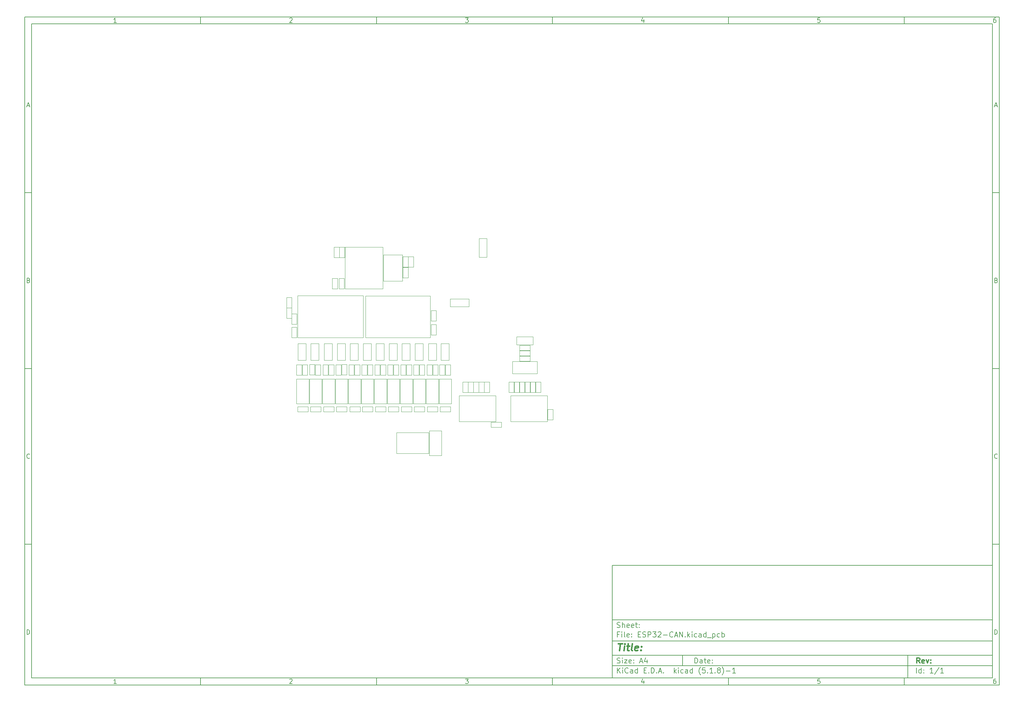
<source format=gbr>
G04 #@! TF.GenerationSoftware,KiCad,Pcbnew,(5.1.8)-1*
G04 #@! TF.CreationDate,2021-04-07T18:57:30+08:00*
G04 #@! TF.ProjectId,ESP32-CAN,45535033-322d-4434-914e-2e6b69636164,rev?*
G04 #@! TF.SameCoordinates,Original*
G04 #@! TF.FileFunction,Other,User*
%FSLAX46Y46*%
G04 Gerber Fmt 4.6, Leading zero omitted, Abs format (unit mm)*
G04 Created by KiCad (PCBNEW (5.1.8)-1) date 2021-04-07 18:57:30*
%MOMM*%
%LPD*%
G01*
G04 APERTURE LIST*
%ADD10C,0.100000*%
%ADD11C,0.150000*%
%ADD12C,0.300000*%
%ADD13C,0.400000*%
%ADD14C,0.050000*%
G04 APERTURE END LIST*
D10*
D11*
X177002200Y-166007200D02*
X177002200Y-198007200D01*
X285002200Y-198007200D01*
X285002200Y-166007200D01*
X177002200Y-166007200D01*
D10*
D11*
X10000000Y-10000000D02*
X10000000Y-200007200D01*
X287002200Y-200007200D01*
X287002200Y-10000000D01*
X10000000Y-10000000D01*
D10*
D11*
X12000000Y-12000000D02*
X12000000Y-198007200D01*
X285002200Y-198007200D01*
X285002200Y-12000000D01*
X12000000Y-12000000D01*
D10*
D11*
X60000000Y-12000000D02*
X60000000Y-10000000D01*
D10*
D11*
X110000000Y-12000000D02*
X110000000Y-10000000D01*
D10*
D11*
X160000000Y-12000000D02*
X160000000Y-10000000D01*
D10*
D11*
X210000000Y-12000000D02*
X210000000Y-10000000D01*
D10*
D11*
X260000000Y-12000000D02*
X260000000Y-10000000D01*
D10*
D11*
X36065476Y-11588095D02*
X35322619Y-11588095D01*
X35694047Y-11588095D02*
X35694047Y-10288095D01*
X35570238Y-10473809D01*
X35446428Y-10597619D01*
X35322619Y-10659523D01*
D10*
D11*
X85322619Y-10411904D02*
X85384523Y-10350000D01*
X85508333Y-10288095D01*
X85817857Y-10288095D01*
X85941666Y-10350000D01*
X86003571Y-10411904D01*
X86065476Y-10535714D01*
X86065476Y-10659523D01*
X86003571Y-10845238D01*
X85260714Y-11588095D01*
X86065476Y-11588095D01*
D10*
D11*
X135260714Y-10288095D02*
X136065476Y-10288095D01*
X135632142Y-10783333D01*
X135817857Y-10783333D01*
X135941666Y-10845238D01*
X136003571Y-10907142D01*
X136065476Y-11030952D01*
X136065476Y-11340476D01*
X136003571Y-11464285D01*
X135941666Y-11526190D01*
X135817857Y-11588095D01*
X135446428Y-11588095D01*
X135322619Y-11526190D01*
X135260714Y-11464285D01*
D10*
D11*
X185941666Y-10721428D02*
X185941666Y-11588095D01*
X185632142Y-10226190D02*
X185322619Y-11154761D01*
X186127380Y-11154761D01*
D10*
D11*
X236003571Y-10288095D02*
X235384523Y-10288095D01*
X235322619Y-10907142D01*
X235384523Y-10845238D01*
X235508333Y-10783333D01*
X235817857Y-10783333D01*
X235941666Y-10845238D01*
X236003571Y-10907142D01*
X236065476Y-11030952D01*
X236065476Y-11340476D01*
X236003571Y-11464285D01*
X235941666Y-11526190D01*
X235817857Y-11588095D01*
X235508333Y-11588095D01*
X235384523Y-11526190D01*
X235322619Y-11464285D01*
D10*
D11*
X285941666Y-10288095D02*
X285694047Y-10288095D01*
X285570238Y-10350000D01*
X285508333Y-10411904D01*
X285384523Y-10597619D01*
X285322619Y-10845238D01*
X285322619Y-11340476D01*
X285384523Y-11464285D01*
X285446428Y-11526190D01*
X285570238Y-11588095D01*
X285817857Y-11588095D01*
X285941666Y-11526190D01*
X286003571Y-11464285D01*
X286065476Y-11340476D01*
X286065476Y-11030952D01*
X286003571Y-10907142D01*
X285941666Y-10845238D01*
X285817857Y-10783333D01*
X285570238Y-10783333D01*
X285446428Y-10845238D01*
X285384523Y-10907142D01*
X285322619Y-11030952D01*
D10*
D11*
X60000000Y-198007200D02*
X60000000Y-200007200D01*
D10*
D11*
X110000000Y-198007200D02*
X110000000Y-200007200D01*
D10*
D11*
X160000000Y-198007200D02*
X160000000Y-200007200D01*
D10*
D11*
X210000000Y-198007200D02*
X210000000Y-200007200D01*
D10*
D11*
X260000000Y-198007200D02*
X260000000Y-200007200D01*
D10*
D11*
X36065476Y-199595295D02*
X35322619Y-199595295D01*
X35694047Y-199595295D02*
X35694047Y-198295295D01*
X35570238Y-198481009D01*
X35446428Y-198604819D01*
X35322619Y-198666723D01*
D10*
D11*
X85322619Y-198419104D02*
X85384523Y-198357200D01*
X85508333Y-198295295D01*
X85817857Y-198295295D01*
X85941666Y-198357200D01*
X86003571Y-198419104D01*
X86065476Y-198542914D01*
X86065476Y-198666723D01*
X86003571Y-198852438D01*
X85260714Y-199595295D01*
X86065476Y-199595295D01*
D10*
D11*
X135260714Y-198295295D02*
X136065476Y-198295295D01*
X135632142Y-198790533D01*
X135817857Y-198790533D01*
X135941666Y-198852438D01*
X136003571Y-198914342D01*
X136065476Y-199038152D01*
X136065476Y-199347676D01*
X136003571Y-199471485D01*
X135941666Y-199533390D01*
X135817857Y-199595295D01*
X135446428Y-199595295D01*
X135322619Y-199533390D01*
X135260714Y-199471485D01*
D10*
D11*
X185941666Y-198728628D02*
X185941666Y-199595295D01*
X185632142Y-198233390D02*
X185322619Y-199161961D01*
X186127380Y-199161961D01*
D10*
D11*
X236003571Y-198295295D02*
X235384523Y-198295295D01*
X235322619Y-198914342D01*
X235384523Y-198852438D01*
X235508333Y-198790533D01*
X235817857Y-198790533D01*
X235941666Y-198852438D01*
X236003571Y-198914342D01*
X236065476Y-199038152D01*
X236065476Y-199347676D01*
X236003571Y-199471485D01*
X235941666Y-199533390D01*
X235817857Y-199595295D01*
X235508333Y-199595295D01*
X235384523Y-199533390D01*
X235322619Y-199471485D01*
D10*
D11*
X285941666Y-198295295D02*
X285694047Y-198295295D01*
X285570238Y-198357200D01*
X285508333Y-198419104D01*
X285384523Y-198604819D01*
X285322619Y-198852438D01*
X285322619Y-199347676D01*
X285384523Y-199471485D01*
X285446428Y-199533390D01*
X285570238Y-199595295D01*
X285817857Y-199595295D01*
X285941666Y-199533390D01*
X286003571Y-199471485D01*
X286065476Y-199347676D01*
X286065476Y-199038152D01*
X286003571Y-198914342D01*
X285941666Y-198852438D01*
X285817857Y-198790533D01*
X285570238Y-198790533D01*
X285446428Y-198852438D01*
X285384523Y-198914342D01*
X285322619Y-199038152D01*
D10*
D11*
X10000000Y-60000000D02*
X12000000Y-60000000D01*
D10*
D11*
X10000000Y-110000000D02*
X12000000Y-110000000D01*
D10*
D11*
X10000000Y-160000000D02*
X12000000Y-160000000D01*
D10*
D11*
X10690476Y-35216666D02*
X11309523Y-35216666D01*
X10566666Y-35588095D02*
X11000000Y-34288095D01*
X11433333Y-35588095D01*
D10*
D11*
X11092857Y-84907142D02*
X11278571Y-84969047D01*
X11340476Y-85030952D01*
X11402380Y-85154761D01*
X11402380Y-85340476D01*
X11340476Y-85464285D01*
X11278571Y-85526190D01*
X11154761Y-85588095D01*
X10659523Y-85588095D01*
X10659523Y-84288095D01*
X11092857Y-84288095D01*
X11216666Y-84350000D01*
X11278571Y-84411904D01*
X11340476Y-84535714D01*
X11340476Y-84659523D01*
X11278571Y-84783333D01*
X11216666Y-84845238D01*
X11092857Y-84907142D01*
X10659523Y-84907142D01*
D10*
D11*
X11402380Y-135464285D02*
X11340476Y-135526190D01*
X11154761Y-135588095D01*
X11030952Y-135588095D01*
X10845238Y-135526190D01*
X10721428Y-135402380D01*
X10659523Y-135278571D01*
X10597619Y-135030952D01*
X10597619Y-134845238D01*
X10659523Y-134597619D01*
X10721428Y-134473809D01*
X10845238Y-134350000D01*
X11030952Y-134288095D01*
X11154761Y-134288095D01*
X11340476Y-134350000D01*
X11402380Y-134411904D01*
D10*
D11*
X10659523Y-185588095D02*
X10659523Y-184288095D01*
X10969047Y-184288095D01*
X11154761Y-184350000D01*
X11278571Y-184473809D01*
X11340476Y-184597619D01*
X11402380Y-184845238D01*
X11402380Y-185030952D01*
X11340476Y-185278571D01*
X11278571Y-185402380D01*
X11154761Y-185526190D01*
X10969047Y-185588095D01*
X10659523Y-185588095D01*
D10*
D11*
X287002200Y-60000000D02*
X285002200Y-60000000D01*
D10*
D11*
X287002200Y-110000000D02*
X285002200Y-110000000D01*
D10*
D11*
X287002200Y-160000000D02*
X285002200Y-160000000D01*
D10*
D11*
X285692676Y-35216666D02*
X286311723Y-35216666D01*
X285568866Y-35588095D02*
X286002200Y-34288095D01*
X286435533Y-35588095D01*
D10*
D11*
X286095057Y-84907142D02*
X286280771Y-84969047D01*
X286342676Y-85030952D01*
X286404580Y-85154761D01*
X286404580Y-85340476D01*
X286342676Y-85464285D01*
X286280771Y-85526190D01*
X286156961Y-85588095D01*
X285661723Y-85588095D01*
X285661723Y-84288095D01*
X286095057Y-84288095D01*
X286218866Y-84350000D01*
X286280771Y-84411904D01*
X286342676Y-84535714D01*
X286342676Y-84659523D01*
X286280771Y-84783333D01*
X286218866Y-84845238D01*
X286095057Y-84907142D01*
X285661723Y-84907142D01*
D10*
D11*
X286404580Y-135464285D02*
X286342676Y-135526190D01*
X286156961Y-135588095D01*
X286033152Y-135588095D01*
X285847438Y-135526190D01*
X285723628Y-135402380D01*
X285661723Y-135278571D01*
X285599819Y-135030952D01*
X285599819Y-134845238D01*
X285661723Y-134597619D01*
X285723628Y-134473809D01*
X285847438Y-134350000D01*
X286033152Y-134288095D01*
X286156961Y-134288095D01*
X286342676Y-134350000D01*
X286404580Y-134411904D01*
D10*
D11*
X285661723Y-185588095D02*
X285661723Y-184288095D01*
X285971247Y-184288095D01*
X286156961Y-184350000D01*
X286280771Y-184473809D01*
X286342676Y-184597619D01*
X286404580Y-184845238D01*
X286404580Y-185030952D01*
X286342676Y-185278571D01*
X286280771Y-185402380D01*
X286156961Y-185526190D01*
X285971247Y-185588095D01*
X285661723Y-185588095D01*
D10*
D11*
X200434342Y-193785771D02*
X200434342Y-192285771D01*
X200791485Y-192285771D01*
X201005771Y-192357200D01*
X201148628Y-192500057D01*
X201220057Y-192642914D01*
X201291485Y-192928628D01*
X201291485Y-193142914D01*
X201220057Y-193428628D01*
X201148628Y-193571485D01*
X201005771Y-193714342D01*
X200791485Y-193785771D01*
X200434342Y-193785771D01*
X202577200Y-193785771D02*
X202577200Y-193000057D01*
X202505771Y-192857200D01*
X202362914Y-192785771D01*
X202077200Y-192785771D01*
X201934342Y-192857200D01*
X202577200Y-193714342D02*
X202434342Y-193785771D01*
X202077200Y-193785771D01*
X201934342Y-193714342D01*
X201862914Y-193571485D01*
X201862914Y-193428628D01*
X201934342Y-193285771D01*
X202077200Y-193214342D01*
X202434342Y-193214342D01*
X202577200Y-193142914D01*
X203077200Y-192785771D02*
X203648628Y-192785771D01*
X203291485Y-192285771D02*
X203291485Y-193571485D01*
X203362914Y-193714342D01*
X203505771Y-193785771D01*
X203648628Y-193785771D01*
X204720057Y-193714342D02*
X204577200Y-193785771D01*
X204291485Y-193785771D01*
X204148628Y-193714342D01*
X204077200Y-193571485D01*
X204077200Y-193000057D01*
X204148628Y-192857200D01*
X204291485Y-192785771D01*
X204577200Y-192785771D01*
X204720057Y-192857200D01*
X204791485Y-193000057D01*
X204791485Y-193142914D01*
X204077200Y-193285771D01*
X205434342Y-193642914D02*
X205505771Y-193714342D01*
X205434342Y-193785771D01*
X205362914Y-193714342D01*
X205434342Y-193642914D01*
X205434342Y-193785771D01*
X205434342Y-192857200D02*
X205505771Y-192928628D01*
X205434342Y-193000057D01*
X205362914Y-192928628D01*
X205434342Y-192857200D01*
X205434342Y-193000057D01*
D10*
D11*
X177002200Y-194507200D02*
X285002200Y-194507200D01*
D10*
D11*
X178434342Y-196585771D02*
X178434342Y-195085771D01*
X179291485Y-196585771D02*
X178648628Y-195728628D01*
X179291485Y-195085771D02*
X178434342Y-195942914D01*
X179934342Y-196585771D02*
X179934342Y-195585771D01*
X179934342Y-195085771D02*
X179862914Y-195157200D01*
X179934342Y-195228628D01*
X180005771Y-195157200D01*
X179934342Y-195085771D01*
X179934342Y-195228628D01*
X181505771Y-196442914D02*
X181434342Y-196514342D01*
X181220057Y-196585771D01*
X181077200Y-196585771D01*
X180862914Y-196514342D01*
X180720057Y-196371485D01*
X180648628Y-196228628D01*
X180577200Y-195942914D01*
X180577200Y-195728628D01*
X180648628Y-195442914D01*
X180720057Y-195300057D01*
X180862914Y-195157200D01*
X181077200Y-195085771D01*
X181220057Y-195085771D01*
X181434342Y-195157200D01*
X181505771Y-195228628D01*
X182791485Y-196585771D02*
X182791485Y-195800057D01*
X182720057Y-195657200D01*
X182577200Y-195585771D01*
X182291485Y-195585771D01*
X182148628Y-195657200D01*
X182791485Y-196514342D02*
X182648628Y-196585771D01*
X182291485Y-196585771D01*
X182148628Y-196514342D01*
X182077200Y-196371485D01*
X182077200Y-196228628D01*
X182148628Y-196085771D01*
X182291485Y-196014342D01*
X182648628Y-196014342D01*
X182791485Y-195942914D01*
X184148628Y-196585771D02*
X184148628Y-195085771D01*
X184148628Y-196514342D02*
X184005771Y-196585771D01*
X183720057Y-196585771D01*
X183577200Y-196514342D01*
X183505771Y-196442914D01*
X183434342Y-196300057D01*
X183434342Y-195871485D01*
X183505771Y-195728628D01*
X183577200Y-195657200D01*
X183720057Y-195585771D01*
X184005771Y-195585771D01*
X184148628Y-195657200D01*
X186005771Y-195800057D02*
X186505771Y-195800057D01*
X186720057Y-196585771D02*
X186005771Y-196585771D01*
X186005771Y-195085771D01*
X186720057Y-195085771D01*
X187362914Y-196442914D02*
X187434342Y-196514342D01*
X187362914Y-196585771D01*
X187291485Y-196514342D01*
X187362914Y-196442914D01*
X187362914Y-196585771D01*
X188077200Y-196585771D02*
X188077200Y-195085771D01*
X188434342Y-195085771D01*
X188648628Y-195157200D01*
X188791485Y-195300057D01*
X188862914Y-195442914D01*
X188934342Y-195728628D01*
X188934342Y-195942914D01*
X188862914Y-196228628D01*
X188791485Y-196371485D01*
X188648628Y-196514342D01*
X188434342Y-196585771D01*
X188077200Y-196585771D01*
X189577200Y-196442914D02*
X189648628Y-196514342D01*
X189577200Y-196585771D01*
X189505771Y-196514342D01*
X189577200Y-196442914D01*
X189577200Y-196585771D01*
X190220057Y-196157200D02*
X190934342Y-196157200D01*
X190077200Y-196585771D02*
X190577200Y-195085771D01*
X191077200Y-196585771D01*
X191577200Y-196442914D02*
X191648628Y-196514342D01*
X191577200Y-196585771D01*
X191505771Y-196514342D01*
X191577200Y-196442914D01*
X191577200Y-196585771D01*
X194577200Y-196585771D02*
X194577200Y-195085771D01*
X194720057Y-196014342D02*
X195148628Y-196585771D01*
X195148628Y-195585771D02*
X194577200Y-196157200D01*
X195791485Y-196585771D02*
X195791485Y-195585771D01*
X195791485Y-195085771D02*
X195720057Y-195157200D01*
X195791485Y-195228628D01*
X195862914Y-195157200D01*
X195791485Y-195085771D01*
X195791485Y-195228628D01*
X197148628Y-196514342D02*
X197005771Y-196585771D01*
X196720057Y-196585771D01*
X196577200Y-196514342D01*
X196505771Y-196442914D01*
X196434342Y-196300057D01*
X196434342Y-195871485D01*
X196505771Y-195728628D01*
X196577200Y-195657200D01*
X196720057Y-195585771D01*
X197005771Y-195585771D01*
X197148628Y-195657200D01*
X198434342Y-196585771D02*
X198434342Y-195800057D01*
X198362914Y-195657200D01*
X198220057Y-195585771D01*
X197934342Y-195585771D01*
X197791485Y-195657200D01*
X198434342Y-196514342D02*
X198291485Y-196585771D01*
X197934342Y-196585771D01*
X197791485Y-196514342D01*
X197720057Y-196371485D01*
X197720057Y-196228628D01*
X197791485Y-196085771D01*
X197934342Y-196014342D01*
X198291485Y-196014342D01*
X198434342Y-195942914D01*
X199791485Y-196585771D02*
X199791485Y-195085771D01*
X199791485Y-196514342D02*
X199648628Y-196585771D01*
X199362914Y-196585771D01*
X199220057Y-196514342D01*
X199148628Y-196442914D01*
X199077200Y-196300057D01*
X199077200Y-195871485D01*
X199148628Y-195728628D01*
X199220057Y-195657200D01*
X199362914Y-195585771D01*
X199648628Y-195585771D01*
X199791485Y-195657200D01*
X202077200Y-197157200D02*
X202005771Y-197085771D01*
X201862914Y-196871485D01*
X201791485Y-196728628D01*
X201720057Y-196514342D01*
X201648628Y-196157200D01*
X201648628Y-195871485D01*
X201720057Y-195514342D01*
X201791485Y-195300057D01*
X201862914Y-195157200D01*
X202005771Y-194942914D01*
X202077200Y-194871485D01*
X203362914Y-195085771D02*
X202648628Y-195085771D01*
X202577200Y-195800057D01*
X202648628Y-195728628D01*
X202791485Y-195657200D01*
X203148628Y-195657200D01*
X203291485Y-195728628D01*
X203362914Y-195800057D01*
X203434342Y-195942914D01*
X203434342Y-196300057D01*
X203362914Y-196442914D01*
X203291485Y-196514342D01*
X203148628Y-196585771D01*
X202791485Y-196585771D01*
X202648628Y-196514342D01*
X202577200Y-196442914D01*
X204077200Y-196442914D02*
X204148628Y-196514342D01*
X204077200Y-196585771D01*
X204005771Y-196514342D01*
X204077200Y-196442914D01*
X204077200Y-196585771D01*
X205577200Y-196585771D02*
X204720057Y-196585771D01*
X205148628Y-196585771D02*
X205148628Y-195085771D01*
X205005771Y-195300057D01*
X204862914Y-195442914D01*
X204720057Y-195514342D01*
X206220057Y-196442914D02*
X206291485Y-196514342D01*
X206220057Y-196585771D01*
X206148628Y-196514342D01*
X206220057Y-196442914D01*
X206220057Y-196585771D01*
X207148628Y-195728628D02*
X207005771Y-195657200D01*
X206934342Y-195585771D01*
X206862914Y-195442914D01*
X206862914Y-195371485D01*
X206934342Y-195228628D01*
X207005771Y-195157200D01*
X207148628Y-195085771D01*
X207434342Y-195085771D01*
X207577200Y-195157200D01*
X207648628Y-195228628D01*
X207720057Y-195371485D01*
X207720057Y-195442914D01*
X207648628Y-195585771D01*
X207577200Y-195657200D01*
X207434342Y-195728628D01*
X207148628Y-195728628D01*
X207005771Y-195800057D01*
X206934342Y-195871485D01*
X206862914Y-196014342D01*
X206862914Y-196300057D01*
X206934342Y-196442914D01*
X207005771Y-196514342D01*
X207148628Y-196585771D01*
X207434342Y-196585771D01*
X207577200Y-196514342D01*
X207648628Y-196442914D01*
X207720057Y-196300057D01*
X207720057Y-196014342D01*
X207648628Y-195871485D01*
X207577200Y-195800057D01*
X207434342Y-195728628D01*
X208220057Y-197157200D02*
X208291485Y-197085771D01*
X208434342Y-196871485D01*
X208505771Y-196728628D01*
X208577200Y-196514342D01*
X208648628Y-196157200D01*
X208648628Y-195871485D01*
X208577200Y-195514342D01*
X208505771Y-195300057D01*
X208434342Y-195157200D01*
X208291485Y-194942914D01*
X208220057Y-194871485D01*
X209362914Y-196014342D02*
X210505771Y-196014342D01*
X212005771Y-196585771D02*
X211148628Y-196585771D01*
X211577200Y-196585771D02*
X211577200Y-195085771D01*
X211434342Y-195300057D01*
X211291485Y-195442914D01*
X211148628Y-195514342D01*
D10*
D11*
X177002200Y-191507200D02*
X285002200Y-191507200D01*
D10*
D12*
X264411485Y-193785771D02*
X263911485Y-193071485D01*
X263554342Y-193785771D02*
X263554342Y-192285771D01*
X264125771Y-192285771D01*
X264268628Y-192357200D01*
X264340057Y-192428628D01*
X264411485Y-192571485D01*
X264411485Y-192785771D01*
X264340057Y-192928628D01*
X264268628Y-193000057D01*
X264125771Y-193071485D01*
X263554342Y-193071485D01*
X265625771Y-193714342D02*
X265482914Y-193785771D01*
X265197200Y-193785771D01*
X265054342Y-193714342D01*
X264982914Y-193571485D01*
X264982914Y-193000057D01*
X265054342Y-192857200D01*
X265197200Y-192785771D01*
X265482914Y-192785771D01*
X265625771Y-192857200D01*
X265697200Y-193000057D01*
X265697200Y-193142914D01*
X264982914Y-193285771D01*
X266197200Y-192785771D02*
X266554342Y-193785771D01*
X266911485Y-192785771D01*
X267482914Y-193642914D02*
X267554342Y-193714342D01*
X267482914Y-193785771D01*
X267411485Y-193714342D01*
X267482914Y-193642914D01*
X267482914Y-193785771D01*
X267482914Y-192857200D02*
X267554342Y-192928628D01*
X267482914Y-193000057D01*
X267411485Y-192928628D01*
X267482914Y-192857200D01*
X267482914Y-193000057D01*
D10*
D11*
X178362914Y-193714342D02*
X178577200Y-193785771D01*
X178934342Y-193785771D01*
X179077200Y-193714342D01*
X179148628Y-193642914D01*
X179220057Y-193500057D01*
X179220057Y-193357200D01*
X179148628Y-193214342D01*
X179077200Y-193142914D01*
X178934342Y-193071485D01*
X178648628Y-193000057D01*
X178505771Y-192928628D01*
X178434342Y-192857200D01*
X178362914Y-192714342D01*
X178362914Y-192571485D01*
X178434342Y-192428628D01*
X178505771Y-192357200D01*
X178648628Y-192285771D01*
X179005771Y-192285771D01*
X179220057Y-192357200D01*
X179862914Y-193785771D02*
X179862914Y-192785771D01*
X179862914Y-192285771D02*
X179791485Y-192357200D01*
X179862914Y-192428628D01*
X179934342Y-192357200D01*
X179862914Y-192285771D01*
X179862914Y-192428628D01*
X180434342Y-192785771D02*
X181220057Y-192785771D01*
X180434342Y-193785771D01*
X181220057Y-193785771D01*
X182362914Y-193714342D02*
X182220057Y-193785771D01*
X181934342Y-193785771D01*
X181791485Y-193714342D01*
X181720057Y-193571485D01*
X181720057Y-193000057D01*
X181791485Y-192857200D01*
X181934342Y-192785771D01*
X182220057Y-192785771D01*
X182362914Y-192857200D01*
X182434342Y-193000057D01*
X182434342Y-193142914D01*
X181720057Y-193285771D01*
X183077200Y-193642914D02*
X183148628Y-193714342D01*
X183077200Y-193785771D01*
X183005771Y-193714342D01*
X183077200Y-193642914D01*
X183077200Y-193785771D01*
X183077200Y-192857200D02*
X183148628Y-192928628D01*
X183077200Y-193000057D01*
X183005771Y-192928628D01*
X183077200Y-192857200D01*
X183077200Y-193000057D01*
X184862914Y-193357200D02*
X185577200Y-193357200D01*
X184720057Y-193785771D02*
X185220057Y-192285771D01*
X185720057Y-193785771D01*
X186862914Y-192785771D02*
X186862914Y-193785771D01*
X186505771Y-192214342D02*
X186148628Y-193285771D01*
X187077200Y-193285771D01*
D10*
D11*
X263434342Y-196585771D02*
X263434342Y-195085771D01*
X264791485Y-196585771D02*
X264791485Y-195085771D01*
X264791485Y-196514342D02*
X264648628Y-196585771D01*
X264362914Y-196585771D01*
X264220057Y-196514342D01*
X264148628Y-196442914D01*
X264077200Y-196300057D01*
X264077200Y-195871485D01*
X264148628Y-195728628D01*
X264220057Y-195657200D01*
X264362914Y-195585771D01*
X264648628Y-195585771D01*
X264791485Y-195657200D01*
X265505771Y-196442914D02*
X265577200Y-196514342D01*
X265505771Y-196585771D01*
X265434342Y-196514342D01*
X265505771Y-196442914D01*
X265505771Y-196585771D01*
X265505771Y-195657200D02*
X265577200Y-195728628D01*
X265505771Y-195800057D01*
X265434342Y-195728628D01*
X265505771Y-195657200D01*
X265505771Y-195800057D01*
X268148628Y-196585771D02*
X267291485Y-196585771D01*
X267720057Y-196585771D02*
X267720057Y-195085771D01*
X267577200Y-195300057D01*
X267434342Y-195442914D01*
X267291485Y-195514342D01*
X269862914Y-195014342D02*
X268577200Y-196942914D01*
X271148628Y-196585771D02*
X270291485Y-196585771D01*
X270720057Y-196585771D02*
X270720057Y-195085771D01*
X270577200Y-195300057D01*
X270434342Y-195442914D01*
X270291485Y-195514342D01*
D10*
D11*
X177002200Y-187507200D02*
X285002200Y-187507200D01*
D10*
D13*
X178714580Y-188211961D02*
X179857438Y-188211961D01*
X179036009Y-190211961D02*
X179286009Y-188211961D01*
X180274104Y-190211961D02*
X180440771Y-188878628D01*
X180524104Y-188211961D02*
X180416961Y-188307200D01*
X180500295Y-188402438D01*
X180607438Y-188307200D01*
X180524104Y-188211961D01*
X180500295Y-188402438D01*
X181107438Y-188878628D02*
X181869342Y-188878628D01*
X181476485Y-188211961D02*
X181262200Y-189926247D01*
X181333628Y-190116723D01*
X181512200Y-190211961D01*
X181702676Y-190211961D01*
X182655057Y-190211961D02*
X182476485Y-190116723D01*
X182405057Y-189926247D01*
X182619342Y-188211961D01*
X184190771Y-190116723D02*
X183988390Y-190211961D01*
X183607438Y-190211961D01*
X183428866Y-190116723D01*
X183357438Y-189926247D01*
X183452676Y-189164342D01*
X183571723Y-188973866D01*
X183774104Y-188878628D01*
X184155057Y-188878628D01*
X184333628Y-188973866D01*
X184405057Y-189164342D01*
X184381247Y-189354819D01*
X183405057Y-189545295D01*
X185155057Y-190021485D02*
X185238390Y-190116723D01*
X185131247Y-190211961D01*
X185047914Y-190116723D01*
X185155057Y-190021485D01*
X185131247Y-190211961D01*
X185286009Y-188973866D02*
X185369342Y-189069104D01*
X185262200Y-189164342D01*
X185178866Y-189069104D01*
X185286009Y-188973866D01*
X185262200Y-189164342D01*
D10*
D11*
X178934342Y-185600057D02*
X178434342Y-185600057D01*
X178434342Y-186385771D02*
X178434342Y-184885771D01*
X179148628Y-184885771D01*
X179720057Y-186385771D02*
X179720057Y-185385771D01*
X179720057Y-184885771D02*
X179648628Y-184957200D01*
X179720057Y-185028628D01*
X179791485Y-184957200D01*
X179720057Y-184885771D01*
X179720057Y-185028628D01*
X180648628Y-186385771D02*
X180505771Y-186314342D01*
X180434342Y-186171485D01*
X180434342Y-184885771D01*
X181791485Y-186314342D02*
X181648628Y-186385771D01*
X181362914Y-186385771D01*
X181220057Y-186314342D01*
X181148628Y-186171485D01*
X181148628Y-185600057D01*
X181220057Y-185457200D01*
X181362914Y-185385771D01*
X181648628Y-185385771D01*
X181791485Y-185457200D01*
X181862914Y-185600057D01*
X181862914Y-185742914D01*
X181148628Y-185885771D01*
X182505771Y-186242914D02*
X182577200Y-186314342D01*
X182505771Y-186385771D01*
X182434342Y-186314342D01*
X182505771Y-186242914D01*
X182505771Y-186385771D01*
X182505771Y-185457200D02*
X182577200Y-185528628D01*
X182505771Y-185600057D01*
X182434342Y-185528628D01*
X182505771Y-185457200D01*
X182505771Y-185600057D01*
X184362914Y-185600057D02*
X184862914Y-185600057D01*
X185077200Y-186385771D02*
X184362914Y-186385771D01*
X184362914Y-184885771D01*
X185077200Y-184885771D01*
X185648628Y-186314342D02*
X185862914Y-186385771D01*
X186220057Y-186385771D01*
X186362914Y-186314342D01*
X186434342Y-186242914D01*
X186505771Y-186100057D01*
X186505771Y-185957200D01*
X186434342Y-185814342D01*
X186362914Y-185742914D01*
X186220057Y-185671485D01*
X185934342Y-185600057D01*
X185791485Y-185528628D01*
X185720057Y-185457200D01*
X185648628Y-185314342D01*
X185648628Y-185171485D01*
X185720057Y-185028628D01*
X185791485Y-184957200D01*
X185934342Y-184885771D01*
X186291485Y-184885771D01*
X186505771Y-184957200D01*
X187148628Y-186385771D02*
X187148628Y-184885771D01*
X187720057Y-184885771D01*
X187862914Y-184957200D01*
X187934342Y-185028628D01*
X188005771Y-185171485D01*
X188005771Y-185385771D01*
X187934342Y-185528628D01*
X187862914Y-185600057D01*
X187720057Y-185671485D01*
X187148628Y-185671485D01*
X188505771Y-184885771D02*
X189434342Y-184885771D01*
X188934342Y-185457200D01*
X189148628Y-185457200D01*
X189291485Y-185528628D01*
X189362914Y-185600057D01*
X189434342Y-185742914D01*
X189434342Y-186100057D01*
X189362914Y-186242914D01*
X189291485Y-186314342D01*
X189148628Y-186385771D01*
X188720057Y-186385771D01*
X188577200Y-186314342D01*
X188505771Y-186242914D01*
X190005771Y-185028628D02*
X190077200Y-184957200D01*
X190220057Y-184885771D01*
X190577200Y-184885771D01*
X190720057Y-184957200D01*
X190791485Y-185028628D01*
X190862914Y-185171485D01*
X190862914Y-185314342D01*
X190791485Y-185528628D01*
X189934342Y-186385771D01*
X190862914Y-186385771D01*
X191505771Y-185814342D02*
X192648628Y-185814342D01*
X194220057Y-186242914D02*
X194148628Y-186314342D01*
X193934342Y-186385771D01*
X193791485Y-186385771D01*
X193577200Y-186314342D01*
X193434342Y-186171485D01*
X193362914Y-186028628D01*
X193291485Y-185742914D01*
X193291485Y-185528628D01*
X193362914Y-185242914D01*
X193434342Y-185100057D01*
X193577200Y-184957200D01*
X193791485Y-184885771D01*
X193934342Y-184885771D01*
X194148628Y-184957200D01*
X194220057Y-185028628D01*
X194791485Y-185957200D02*
X195505771Y-185957200D01*
X194648628Y-186385771D02*
X195148628Y-184885771D01*
X195648628Y-186385771D01*
X196148628Y-186385771D02*
X196148628Y-184885771D01*
X197005771Y-186385771D01*
X197005771Y-184885771D01*
X197720057Y-186242914D02*
X197791485Y-186314342D01*
X197720057Y-186385771D01*
X197648628Y-186314342D01*
X197720057Y-186242914D01*
X197720057Y-186385771D01*
X198434342Y-186385771D02*
X198434342Y-184885771D01*
X198577200Y-185814342D02*
X199005771Y-186385771D01*
X199005771Y-185385771D02*
X198434342Y-185957200D01*
X199648628Y-186385771D02*
X199648628Y-185385771D01*
X199648628Y-184885771D02*
X199577200Y-184957200D01*
X199648628Y-185028628D01*
X199720057Y-184957200D01*
X199648628Y-184885771D01*
X199648628Y-185028628D01*
X201005771Y-186314342D02*
X200862914Y-186385771D01*
X200577200Y-186385771D01*
X200434342Y-186314342D01*
X200362914Y-186242914D01*
X200291485Y-186100057D01*
X200291485Y-185671485D01*
X200362914Y-185528628D01*
X200434342Y-185457200D01*
X200577200Y-185385771D01*
X200862914Y-185385771D01*
X201005771Y-185457200D01*
X202291485Y-186385771D02*
X202291485Y-185600057D01*
X202220057Y-185457200D01*
X202077200Y-185385771D01*
X201791485Y-185385771D01*
X201648628Y-185457200D01*
X202291485Y-186314342D02*
X202148628Y-186385771D01*
X201791485Y-186385771D01*
X201648628Y-186314342D01*
X201577200Y-186171485D01*
X201577200Y-186028628D01*
X201648628Y-185885771D01*
X201791485Y-185814342D01*
X202148628Y-185814342D01*
X202291485Y-185742914D01*
X203648628Y-186385771D02*
X203648628Y-184885771D01*
X203648628Y-186314342D02*
X203505771Y-186385771D01*
X203220057Y-186385771D01*
X203077200Y-186314342D01*
X203005771Y-186242914D01*
X202934342Y-186100057D01*
X202934342Y-185671485D01*
X203005771Y-185528628D01*
X203077200Y-185457200D01*
X203220057Y-185385771D01*
X203505771Y-185385771D01*
X203648628Y-185457200D01*
X204005771Y-186528628D02*
X205148628Y-186528628D01*
X205505771Y-185385771D02*
X205505771Y-186885771D01*
X205505771Y-185457200D02*
X205648628Y-185385771D01*
X205934342Y-185385771D01*
X206077200Y-185457200D01*
X206148628Y-185528628D01*
X206220057Y-185671485D01*
X206220057Y-186100057D01*
X206148628Y-186242914D01*
X206077200Y-186314342D01*
X205934342Y-186385771D01*
X205648628Y-186385771D01*
X205505771Y-186314342D01*
X207505771Y-186314342D02*
X207362914Y-186385771D01*
X207077200Y-186385771D01*
X206934342Y-186314342D01*
X206862914Y-186242914D01*
X206791485Y-186100057D01*
X206791485Y-185671485D01*
X206862914Y-185528628D01*
X206934342Y-185457200D01*
X207077200Y-185385771D01*
X207362914Y-185385771D01*
X207505771Y-185457200D01*
X208148628Y-186385771D02*
X208148628Y-184885771D01*
X208148628Y-185457200D02*
X208291485Y-185385771D01*
X208577200Y-185385771D01*
X208720057Y-185457200D01*
X208791485Y-185528628D01*
X208862914Y-185671485D01*
X208862914Y-186100057D01*
X208791485Y-186242914D01*
X208720057Y-186314342D01*
X208577200Y-186385771D01*
X208291485Y-186385771D01*
X208148628Y-186314342D01*
D10*
D11*
X177002200Y-181507200D02*
X285002200Y-181507200D01*
D10*
D11*
X178362914Y-183614342D02*
X178577200Y-183685771D01*
X178934342Y-183685771D01*
X179077200Y-183614342D01*
X179148628Y-183542914D01*
X179220057Y-183400057D01*
X179220057Y-183257200D01*
X179148628Y-183114342D01*
X179077200Y-183042914D01*
X178934342Y-182971485D01*
X178648628Y-182900057D01*
X178505771Y-182828628D01*
X178434342Y-182757200D01*
X178362914Y-182614342D01*
X178362914Y-182471485D01*
X178434342Y-182328628D01*
X178505771Y-182257200D01*
X178648628Y-182185771D01*
X179005771Y-182185771D01*
X179220057Y-182257200D01*
X179862914Y-183685771D02*
X179862914Y-182185771D01*
X180505771Y-183685771D02*
X180505771Y-182900057D01*
X180434342Y-182757200D01*
X180291485Y-182685771D01*
X180077200Y-182685771D01*
X179934342Y-182757200D01*
X179862914Y-182828628D01*
X181791485Y-183614342D02*
X181648628Y-183685771D01*
X181362914Y-183685771D01*
X181220057Y-183614342D01*
X181148628Y-183471485D01*
X181148628Y-182900057D01*
X181220057Y-182757200D01*
X181362914Y-182685771D01*
X181648628Y-182685771D01*
X181791485Y-182757200D01*
X181862914Y-182900057D01*
X181862914Y-183042914D01*
X181148628Y-183185771D01*
X183077200Y-183614342D02*
X182934342Y-183685771D01*
X182648628Y-183685771D01*
X182505771Y-183614342D01*
X182434342Y-183471485D01*
X182434342Y-182900057D01*
X182505771Y-182757200D01*
X182648628Y-182685771D01*
X182934342Y-182685771D01*
X183077200Y-182757200D01*
X183148628Y-182900057D01*
X183148628Y-183042914D01*
X182434342Y-183185771D01*
X183577200Y-182685771D02*
X184148628Y-182685771D01*
X183791485Y-182185771D02*
X183791485Y-183471485D01*
X183862914Y-183614342D01*
X184005771Y-183685771D01*
X184148628Y-183685771D01*
X184648628Y-183542914D02*
X184720057Y-183614342D01*
X184648628Y-183685771D01*
X184577200Y-183614342D01*
X184648628Y-183542914D01*
X184648628Y-183685771D01*
X184648628Y-182757200D02*
X184720057Y-182828628D01*
X184648628Y-182900057D01*
X184577200Y-182828628D01*
X184648628Y-182757200D01*
X184648628Y-182900057D01*
D10*
D11*
X197002200Y-191507200D02*
X197002200Y-194507200D01*
D10*
D11*
X261002200Y-191507200D02*
X261002200Y-198007200D01*
D14*
X117507000Y-81109000D02*
X118967000Y-81109000D01*
X118967000Y-81109000D02*
X118967000Y-78149000D01*
X118967000Y-78149000D02*
X117507000Y-78149000D01*
X117507000Y-78149000D02*
X117507000Y-81109000D01*
X85883500Y-89769500D02*
X84423500Y-89769500D01*
X84423500Y-89769500D02*
X84423500Y-92729500D01*
X84423500Y-92729500D02*
X85883500Y-92729500D01*
X85883500Y-92729500D02*
X85883500Y-89769500D01*
X85883500Y-92754000D02*
X84423500Y-92754000D01*
X84423500Y-92754000D02*
X84423500Y-95714000D01*
X84423500Y-95714000D02*
X85883500Y-95714000D01*
X85883500Y-95714000D02*
X85883500Y-92754000D01*
X111826000Y-75477000D02*
X111826000Y-87337000D01*
X101026000Y-75477000D02*
X111826000Y-75477000D01*
X101026000Y-87337000D02*
X101026000Y-75477000D01*
X111826000Y-87337000D02*
X101026000Y-87337000D01*
X128496000Y-134691000D02*
X128496000Y-127691000D01*
X128496000Y-127691000D02*
X124996000Y-127691000D01*
X124996000Y-127691000D02*
X124996000Y-134691000D01*
X124996000Y-134691000D02*
X128496000Y-134691000D01*
X90777000Y-119959000D02*
X90777000Y-112959000D01*
X90777000Y-112959000D02*
X87277000Y-112959000D01*
X87277000Y-112959000D02*
X87277000Y-119959000D01*
X87277000Y-119959000D02*
X90777000Y-119959000D01*
X98143000Y-119959000D02*
X98143000Y-112959000D01*
X98143000Y-112959000D02*
X94643000Y-112959000D01*
X94643000Y-112959000D02*
X94643000Y-119959000D01*
X94643000Y-119959000D02*
X98143000Y-119959000D01*
X155646000Y-107978000D02*
X148646000Y-107978000D01*
X148646000Y-107978000D02*
X148646000Y-111478000D01*
X148646000Y-111478000D02*
X155646000Y-111478000D01*
X155646000Y-111478000D02*
X155646000Y-107978000D01*
X89923000Y-107633000D02*
X89923000Y-102933000D01*
X89923000Y-102933000D02*
X87623000Y-102933000D01*
X87623000Y-102933000D02*
X87623000Y-107633000D01*
X89923000Y-107633000D02*
X87623000Y-107633000D01*
X94460000Y-119959000D02*
X94460000Y-112959000D01*
X94460000Y-112959000D02*
X90960000Y-112959000D01*
X90960000Y-112959000D02*
X90960000Y-119959000D01*
X90960000Y-119959000D02*
X94460000Y-119959000D01*
X101826000Y-119959000D02*
X101826000Y-112959000D01*
X101826000Y-112959000D02*
X98326000Y-112959000D01*
X98326000Y-112959000D02*
X98326000Y-119959000D01*
X98326000Y-119959000D02*
X101826000Y-119959000D01*
X101099000Y-107633000D02*
X101099000Y-102933000D01*
X101099000Y-102933000D02*
X98799000Y-102933000D01*
X98799000Y-102933000D02*
X98799000Y-107633000D01*
X101099000Y-107633000D02*
X98799000Y-107633000D01*
X149796000Y-103258000D02*
X154496000Y-103258000D01*
X154496000Y-103258000D02*
X154496000Y-100958000D01*
X154496000Y-100958000D02*
X149796000Y-100958000D01*
X149796000Y-103258000D02*
X149796000Y-100958000D01*
X136254000Y-90213000D02*
X130954000Y-90213000D01*
X130954000Y-90213000D02*
X130954000Y-92413000D01*
X130954000Y-92413000D02*
X136254000Y-92413000D01*
X136254000Y-92413000D02*
X136254000Y-90213000D01*
X141308000Y-78342000D02*
X141308000Y-73042000D01*
X141308000Y-73042000D02*
X139108000Y-73042000D01*
X139108000Y-73042000D02*
X139108000Y-78342000D01*
X139108000Y-78342000D02*
X141308000Y-78342000D01*
X105509000Y-119959000D02*
X105509000Y-112959000D01*
X105509000Y-112959000D02*
X102009000Y-112959000D01*
X102009000Y-112959000D02*
X102009000Y-119959000D01*
X102009000Y-119959000D02*
X105509000Y-119959000D01*
X104782000Y-107633000D02*
X104782000Y-102933000D01*
X104782000Y-102933000D02*
X102482000Y-102933000D01*
X102482000Y-102933000D02*
X102482000Y-107633000D01*
X104782000Y-107633000D02*
X102482000Y-107633000D01*
X116558000Y-119959000D02*
X116558000Y-112959000D01*
X116558000Y-112959000D02*
X113058000Y-112959000D01*
X113058000Y-112959000D02*
X113058000Y-119959000D01*
X113058000Y-119959000D02*
X116558000Y-119959000D01*
X115831000Y-107633000D02*
X115831000Y-102933000D01*
X115831000Y-102933000D02*
X113531000Y-102933000D01*
X113531000Y-102933000D02*
X113531000Y-107633000D01*
X115831000Y-107633000D02*
X113531000Y-107633000D01*
X127607000Y-119959000D02*
X127607000Y-112959000D01*
X127607000Y-112959000D02*
X124107000Y-112959000D01*
X124107000Y-112959000D02*
X124107000Y-119959000D01*
X124107000Y-119959000D02*
X127607000Y-119959000D01*
X123924000Y-119959000D02*
X123924000Y-112959000D01*
X123924000Y-112959000D02*
X120424000Y-112959000D01*
X120424000Y-112959000D02*
X120424000Y-119959000D01*
X120424000Y-119959000D02*
X123924000Y-119959000D01*
X131290000Y-119959000D02*
X131290000Y-112959000D01*
X131290000Y-112959000D02*
X127790000Y-112959000D01*
X127790000Y-112959000D02*
X127790000Y-119959000D01*
X127790000Y-119959000D02*
X131290000Y-119959000D01*
X120241000Y-119959000D02*
X120241000Y-112959000D01*
X120241000Y-112959000D02*
X116741000Y-112959000D01*
X116741000Y-112959000D02*
X116741000Y-119959000D01*
X116741000Y-119959000D02*
X120241000Y-119959000D01*
X109192000Y-119959000D02*
X109192000Y-112959000D01*
X109192000Y-112959000D02*
X105692000Y-112959000D01*
X105692000Y-112959000D02*
X105692000Y-119959000D01*
X105692000Y-119959000D02*
X109192000Y-119959000D01*
X112875000Y-119959000D02*
X112875000Y-112959000D01*
X112875000Y-112959000D02*
X109375000Y-112959000D01*
X109375000Y-112959000D02*
X109375000Y-119959000D01*
X109375000Y-119959000D02*
X112875000Y-119959000D01*
X127007000Y-107633000D02*
X127007000Y-102933000D01*
X127007000Y-102933000D02*
X124707000Y-102933000D01*
X124707000Y-102933000D02*
X124707000Y-107633000D01*
X127007000Y-107633000D02*
X124707000Y-107633000D01*
X123197000Y-107633000D02*
X123197000Y-102933000D01*
X123197000Y-102933000D02*
X120897000Y-102933000D01*
X120897000Y-102933000D02*
X120897000Y-107633000D01*
X123197000Y-107633000D02*
X120897000Y-107633000D01*
X130563000Y-107633000D02*
X130563000Y-102933000D01*
X130563000Y-102933000D02*
X128263000Y-102933000D01*
X128263000Y-102933000D02*
X128263000Y-107633000D01*
X130563000Y-107633000D02*
X128263000Y-107633000D01*
X119514000Y-107633000D02*
X119514000Y-102933000D01*
X119514000Y-102933000D02*
X117214000Y-102933000D01*
X117214000Y-102933000D02*
X117214000Y-107633000D01*
X119514000Y-107633000D02*
X117214000Y-107633000D01*
X108465000Y-107633000D02*
X108465000Y-102933000D01*
X108465000Y-102933000D02*
X106165000Y-102933000D01*
X106165000Y-102933000D02*
X106165000Y-107633000D01*
X108465000Y-107633000D02*
X106165000Y-107633000D01*
X112148000Y-107633000D02*
X112148000Y-102933000D01*
X112148000Y-102933000D02*
X109848000Y-102933000D01*
X109848000Y-102933000D02*
X109848000Y-107633000D01*
X112148000Y-107633000D02*
X109848000Y-107633000D01*
X97416000Y-107633000D02*
X97416000Y-102933000D01*
X97416000Y-102933000D02*
X95116000Y-102933000D01*
X95116000Y-102933000D02*
X95116000Y-107633000D01*
X97416000Y-107633000D02*
X95116000Y-107633000D01*
X93606000Y-107633000D02*
X93606000Y-102933000D01*
X93606000Y-102933000D02*
X91306000Y-102933000D01*
X91306000Y-102933000D02*
X91306000Y-107633000D01*
X93606000Y-107633000D02*
X91306000Y-107633000D01*
X142538000Y-125254000D02*
X142538000Y-126714000D01*
X142538000Y-126714000D02*
X145498000Y-126714000D01*
X145498000Y-126714000D02*
X145498000Y-125254000D01*
X145498000Y-125254000D02*
X142538000Y-125254000D01*
X158655000Y-124543000D02*
X160115000Y-124543000D01*
X160115000Y-124543000D02*
X160115000Y-121583000D01*
X160115000Y-121583000D02*
X158655000Y-121583000D01*
X158655000Y-121583000D02*
X158655000Y-124543000D01*
X125278000Y-101180000D02*
X106878000Y-101180000D01*
X106878000Y-101180000D02*
X106878000Y-89320000D01*
X106878000Y-89320000D02*
X125278000Y-89320000D01*
X125278000Y-89320000D02*
X125278000Y-101180000D01*
X150666000Y-104934000D02*
X150666000Y-106394000D01*
X150666000Y-106394000D02*
X153626000Y-106394000D01*
X153626000Y-106394000D02*
X153626000Y-104934000D01*
X153626000Y-104934000D02*
X150666000Y-104934000D01*
X150666000Y-103410000D02*
X150666000Y-104870000D01*
X150666000Y-104870000D02*
X153626000Y-104870000D01*
X153626000Y-104870000D02*
X153626000Y-103410000D01*
X153626000Y-103410000D02*
X150666000Y-103410000D01*
X153626000Y-107918000D02*
X153626000Y-106458000D01*
X153626000Y-106458000D02*
X150666000Y-106458000D01*
X150666000Y-106458000D02*
X150666000Y-107918000D01*
X150666000Y-107918000D02*
X153626000Y-107918000D01*
X96234000Y-108883000D02*
X94774000Y-108883000D01*
X94774000Y-108883000D02*
X94774000Y-111843000D01*
X94774000Y-111843000D02*
X96234000Y-111843000D01*
X96234000Y-111843000D02*
X96234000Y-108883000D01*
X114649000Y-111843000D02*
X114649000Y-108883000D01*
X113189000Y-111843000D02*
X114649000Y-111843000D01*
X113189000Y-108883000D02*
X113189000Y-111843000D01*
X114649000Y-108883000D02*
X113189000Y-108883000D01*
X118967000Y-81197000D02*
X117507000Y-81197000D01*
X117507000Y-81197000D02*
X117507000Y-84157000D01*
X117507000Y-84157000D02*
X118967000Y-84157000D01*
X118967000Y-84157000D02*
X118967000Y-81197000D01*
X85884000Y-97365000D02*
X87344000Y-97365000D01*
X87344000Y-97365000D02*
X87344000Y-94405000D01*
X87344000Y-94405000D02*
X85884000Y-94405000D01*
X85884000Y-94405000D02*
X85884000Y-97365000D01*
X100933000Y-78442000D02*
X100933000Y-75482000D01*
X99473000Y-78442000D02*
X100933000Y-78442000D01*
X99473000Y-75482000D02*
X99473000Y-78442000D01*
X100933000Y-75482000D02*
X99473000Y-75482000D01*
X92424000Y-108857500D02*
X90964000Y-108857500D01*
X90964000Y-108857500D02*
X90964000Y-111817500D01*
X90964000Y-111817500D02*
X92424000Y-111817500D01*
X92424000Y-111817500D02*
X92424000Y-108857500D01*
X96425000Y-111843000D02*
X97885000Y-111843000D01*
X97885000Y-111843000D02*
X97885000Y-108883000D01*
X97885000Y-108883000D02*
X96425000Y-108883000D01*
X96425000Y-108883000D02*
X96425000Y-111843000D01*
X105366000Y-120809000D02*
X102406000Y-120809000D01*
X105366000Y-122269000D02*
X105366000Y-120809000D01*
X102406000Y-122269000D02*
X105366000Y-122269000D01*
X102406000Y-120809000D02*
X102406000Y-122269000D01*
X133484000Y-117712000D02*
X143884000Y-117712000D01*
X143884000Y-117712000D02*
X143884000Y-125112000D01*
X143884000Y-125112000D02*
X133484000Y-125112000D01*
X133484000Y-125112000D02*
X133484000Y-117712000D01*
X98901000Y-84372000D02*
X97441000Y-84372000D01*
X97441000Y-84372000D02*
X97441000Y-87332000D01*
X97441000Y-87332000D02*
X98901000Y-87332000D01*
X98901000Y-87332000D02*
X98901000Y-84372000D01*
X100806000Y-84346500D02*
X99346000Y-84346500D01*
X99346000Y-84346500D02*
X99346000Y-87306500D01*
X99346000Y-87306500D02*
X100806000Y-87306500D01*
X100806000Y-87306500D02*
X100806000Y-84346500D01*
X148089000Y-117712000D02*
X158489000Y-117712000D01*
X158489000Y-117712000D02*
X158489000Y-125112000D01*
X158489000Y-125112000D02*
X148089000Y-125112000D01*
X148089000Y-125112000D02*
X148089000Y-117712000D01*
X126968000Y-100438500D02*
X126968000Y-97478500D01*
X125508000Y-100438500D02*
X126968000Y-100438500D01*
X125508000Y-97478500D02*
X125508000Y-100438500D01*
X126968000Y-97478500D02*
X125508000Y-97478500D01*
X90507000Y-120809000D02*
X87547000Y-120809000D01*
X90507000Y-122269000D02*
X90507000Y-120809000D01*
X87547000Y-122269000D02*
X90507000Y-122269000D01*
X87547000Y-120809000D02*
X87547000Y-122269000D01*
X101556000Y-120809000D02*
X98596000Y-120809000D01*
X101556000Y-122269000D02*
X101556000Y-120809000D01*
X98596000Y-122269000D02*
X101556000Y-122269000D01*
X98596000Y-120809000D02*
X98596000Y-122269000D01*
X88741000Y-108883000D02*
X87281000Y-108883000D01*
X87281000Y-108883000D02*
X87281000Y-111843000D01*
X87281000Y-111843000D02*
X88741000Y-111843000D01*
X88741000Y-111843000D02*
X88741000Y-108883000D01*
X90392000Y-111843000D02*
X90392000Y-108883000D01*
X88932000Y-111843000D02*
X90392000Y-111843000D01*
X88932000Y-108883000D02*
X88932000Y-111843000D01*
X90392000Y-108883000D02*
X88932000Y-108883000D01*
X99917000Y-108883000D02*
X98457000Y-108883000D01*
X98457000Y-108883000D02*
X98457000Y-111843000D01*
X98457000Y-111843000D02*
X99917000Y-111843000D01*
X99917000Y-111843000D02*
X99917000Y-108883000D01*
X101568000Y-108857500D02*
X100108000Y-108857500D01*
X100108000Y-108857500D02*
X100108000Y-111817500D01*
X100108000Y-111817500D02*
X101568000Y-111817500D01*
X101568000Y-111817500D02*
X101568000Y-108857500D01*
X117381000Y-85107000D02*
X111981000Y-85107000D01*
X111981000Y-85107000D02*
X111981000Y-77707000D01*
X111981000Y-77707000D02*
X117381000Y-77707000D01*
X117381000Y-77707000D02*
X117381000Y-85107000D01*
X152114000Y-116796000D02*
X152114000Y-113836000D01*
X150654000Y-116796000D02*
X152114000Y-116796000D01*
X150654000Y-113836000D02*
X150654000Y-116796000D01*
X152114000Y-113836000D02*
X150654000Y-113836000D01*
X150590000Y-113836000D02*
X149130000Y-113836000D01*
X149130000Y-113836000D02*
X149130000Y-116796000D01*
X149130000Y-116796000D02*
X150590000Y-116796000D01*
X150590000Y-116796000D02*
X150590000Y-113836000D01*
X149066000Y-113836000D02*
X147606000Y-113836000D01*
X147606000Y-113836000D02*
X147606000Y-116796000D01*
X147606000Y-116796000D02*
X149066000Y-116796000D01*
X149066000Y-116796000D02*
X149066000Y-113836000D01*
X142081000Y-116796000D02*
X142081000Y-113836000D01*
X140621000Y-116796000D02*
X142081000Y-116796000D01*
X140621000Y-113836000D02*
X140621000Y-116796000D01*
X142081000Y-113836000D02*
X140621000Y-113836000D01*
X140557000Y-113836000D02*
X139097000Y-113836000D01*
X139097000Y-113836000D02*
X139097000Y-116796000D01*
X139097000Y-116796000D02*
X140557000Y-116796000D01*
X140557000Y-116796000D02*
X140557000Y-113836000D01*
X139033000Y-116796000D02*
X139033000Y-113836000D01*
X137573000Y-116796000D02*
X139033000Y-116796000D01*
X137573000Y-113836000D02*
X137573000Y-116796000D01*
X139033000Y-113836000D02*
X137573000Y-113836000D01*
X137509000Y-113836000D02*
X136049000Y-113836000D01*
X136049000Y-113836000D02*
X136049000Y-116796000D01*
X136049000Y-116796000D02*
X137509000Y-116796000D01*
X137509000Y-116796000D02*
X137509000Y-113836000D01*
X135985000Y-116796000D02*
X135985000Y-113836000D01*
X134525000Y-116796000D02*
X135985000Y-116796000D01*
X134525000Y-113836000D02*
X134525000Y-116796000D01*
X135985000Y-113836000D02*
X134525000Y-113836000D01*
X153638000Y-116796000D02*
X153638000Y-113836000D01*
X152178000Y-116796000D02*
X153638000Y-116796000D01*
X152178000Y-113836000D02*
X152178000Y-116796000D01*
X153638000Y-113836000D02*
X152178000Y-113836000D01*
X155162000Y-113836000D02*
X153702000Y-113836000D01*
X153702000Y-113836000D02*
X153702000Y-116796000D01*
X153702000Y-116796000D02*
X155162000Y-116796000D01*
X155162000Y-116796000D02*
X155162000Y-113836000D01*
X156686000Y-116796000D02*
X156686000Y-113836000D01*
X155226000Y-116796000D02*
X156686000Y-116796000D01*
X155226000Y-113836000D02*
X155226000Y-116796000D01*
X156686000Y-113836000D02*
X155226000Y-113836000D01*
X124869000Y-128211000D02*
X115669000Y-128211000D01*
X124869000Y-134171000D02*
X124869000Y-128211000D01*
X115669000Y-134171000D02*
X124869000Y-134171000D01*
X115669000Y-128211000D02*
X115669000Y-134171000D01*
X103600000Y-108883000D02*
X102140000Y-108883000D01*
X102140000Y-108883000D02*
X102140000Y-111843000D01*
X102140000Y-111843000D02*
X103600000Y-111843000D01*
X103600000Y-111843000D02*
X103600000Y-108883000D01*
X105251000Y-111843000D02*
X105251000Y-108883000D01*
X103791000Y-111843000D02*
X105251000Y-111843000D01*
X103791000Y-108883000D02*
X103791000Y-111843000D01*
X105251000Y-108883000D02*
X103791000Y-108883000D01*
X116288000Y-120809000D02*
X113328000Y-120809000D01*
X116288000Y-122269000D02*
X116288000Y-120809000D01*
X113328000Y-122269000D02*
X116288000Y-122269000D01*
X113328000Y-120809000D02*
X113328000Y-122269000D01*
X124377000Y-120809000D02*
X124377000Y-122269000D01*
X124377000Y-122269000D02*
X127337000Y-122269000D01*
X127337000Y-122269000D02*
X127337000Y-120809000D01*
X127337000Y-120809000D02*
X124377000Y-120809000D01*
X120694000Y-120809000D02*
X120694000Y-122269000D01*
X120694000Y-122269000D02*
X123654000Y-122269000D01*
X123654000Y-122269000D02*
X123654000Y-120809000D01*
X123654000Y-120809000D02*
X120694000Y-120809000D01*
X131020000Y-120809000D02*
X128060000Y-120809000D01*
X131020000Y-122269000D02*
X131020000Y-120809000D01*
X128060000Y-122269000D02*
X131020000Y-122269000D01*
X128060000Y-120809000D02*
X128060000Y-122269000D01*
X119971000Y-120809000D02*
X117011000Y-120809000D01*
X119971000Y-122269000D02*
X119971000Y-120809000D01*
X117011000Y-122269000D02*
X119971000Y-122269000D01*
X117011000Y-120809000D02*
X117011000Y-122269000D01*
X108922000Y-120809000D02*
X105962000Y-120809000D01*
X108922000Y-122269000D02*
X108922000Y-120809000D01*
X105962000Y-122269000D02*
X108922000Y-122269000D01*
X105962000Y-120809000D02*
X105962000Y-122269000D01*
X109645000Y-120809000D02*
X109645000Y-122269000D01*
X109645000Y-122269000D02*
X112605000Y-122269000D01*
X112605000Y-122269000D02*
X112605000Y-120809000D01*
X112605000Y-120809000D02*
X109645000Y-120809000D01*
X87344000Y-98215000D02*
X85884000Y-98215000D01*
X85884000Y-98215000D02*
X85884000Y-101175000D01*
X85884000Y-101175000D02*
X87344000Y-101175000D01*
X87344000Y-101175000D02*
X87344000Y-98215000D01*
X116300000Y-111843000D02*
X116300000Y-108883000D01*
X114840000Y-111843000D02*
X116300000Y-111843000D01*
X114840000Y-108883000D02*
X114840000Y-111843000D01*
X116300000Y-108883000D02*
X114840000Y-108883000D01*
X125825000Y-111843000D02*
X125825000Y-108883000D01*
X124365000Y-111843000D02*
X125825000Y-111843000D01*
X124365000Y-108883000D02*
X124365000Y-111843000D01*
X125825000Y-108883000D02*
X124365000Y-108883000D01*
X122015000Y-111843000D02*
X122015000Y-108883000D01*
X120555000Y-111843000D02*
X122015000Y-111843000D01*
X120555000Y-108883000D02*
X120555000Y-111843000D01*
X122015000Y-108883000D02*
X120555000Y-108883000D01*
X129381000Y-108883000D02*
X127921000Y-108883000D01*
X127921000Y-108883000D02*
X127921000Y-111843000D01*
X127921000Y-111843000D02*
X129381000Y-111843000D01*
X129381000Y-111843000D02*
X129381000Y-108883000D01*
X118332000Y-111843000D02*
X118332000Y-108883000D01*
X116872000Y-111843000D02*
X118332000Y-111843000D01*
X116872000Y-108883000D02*
X116872000Y-111843000D01*
X118332000Y-108883000D02*
X116872000Y-108883000D01*
X107283000Y-111843000D02*
X107283000Y-108883000D01*
X105823000Y-111843000D02*
X107283000Y-111843000D01*
X105823000Y-108883000D02*
X105823000Y-111843000D01*
X107283000Y-108883000D02*
X105823000Y-108883000D01*
X110966000Y-111843000D02*
X110966000Y-108883000D01*
X109506000Y-111843000D02*
X110966000Y-111843000D01*
X109506000Y-108883000D02*
X109506000Y-111843000D01*
X110966000Y-108883000D02*
X109506000Y-108883000D01*
X127476000Y-108883000D02*
X126016000Y-108883000D01*
X126016000Y-108883000D02*
X126016000Y-111843000D01*
X126016000Y-111843000D02*
X127476000Y-111843000D01*
X127476000Y-111843000D02*
X127476000Y-108883000D01*
X123666000Y-111843000D02*
X123666000Y-108883000D01*
X122206000Y-111843000D02*
X123666000Y-111843000D01*
X122206000Y-108883000D02*
X122206000Y-111843000D01*
X123666000Y-108883000D02*
X122206000Y-108883000D01*
X131032000Y-108883000D02*
X129572000Y-108883000D01*
X129572000Y-108883000D02*
X129572000Y-111843000D01*
X129572000Y-111843000D02*
X131032000Y-111843000D01*
X131032000Y-111843000D02*
X131032000Y-108883000D01*
X119983000Y-108883000D02*
X118523000Y-108883000D01*
X118523000Y-108883000D02*
X118523000Y-111843000D01*
X118523000Y-111843000D02*
X119983000Y-111843000D01*
X119983000Y-111843000D02*
X119983000Y-108883000D01*
X108934000Y-108883000D02*
X107474000Y-108883000D01*
X107474000Y-108883000D02*
X107474000Y-111843000D01*
X107474000Y-111843000D02*
X108934000Y-111843000D01*
X108934000Y-111843000D02*
X108934000Y-108883000D01*
X112617000Y-108883000D02*
X111157000Y-108883000D01*
X111157000Y-108883000D02*
X111157000Y-111843000D01*
X111157000Y-111843000D02*
X112617000Y-111843000D01*
X112617000Y-111843000D02*
X112617000Y-108883000D01*
X106201000Y-101200000D02*
X87601000Y-101200000D01*
X106201000Y-89300000D02*
X87601000Y-89300000D01*
X106201000Y-101200000D02*
X106201000Y-89300000D01*
X87601000Y-101200000D02*
X87601000Y-89300000D01*
X119031000Y-78149000D02*
X119031000Y-81109000D01*
X120491000Y-78149000D02*
X119031000Y-78149000D01*
X120491000Y-81109000D02*
X120491000Y-78149000D01*
X119031000Y-81109000D02*
X120491000Y-81109000D01*
X94913000Y-120809000D02*
X94913000Y-122269000D01*
X94913000Y-122269000D02*
X97873000Y-122269000D01*
X97873000Y-122269000D02*
X97873000Y-120809000D01*
X97873000Y-120809000D02*
X94913000Y-120809000D01*
X94190000Y-120809000D02*
X91230000Y-120809000D01*
X94190000Y-122269000D02*
X94190000Y-120809000D01*
X91230000Y-122269000D02*
X94190000Y-122269000D01*
X91230000Y-120809000D02*
X91230000Y-122269000D01*
X92615000Y-108883000D02*
X92615000Y-111843000D01*
X94075000Y-108883000D02*
X92615000Y-108883000D01*
X94075000Y-111843000D02*
X94075000Y-108883000D01*
X92615000Y-111843000D02*
X94075000Y-111843000D01*
X125508000Y-93516000D02*
X125508000Y-96476000D01*
X126968000Y-93516000D02*
X125508000Y-93516000D01*
X126968000Y-96476000D02*
X126968000Y-93516000D01*
X125508000Y-96476000D02*
X126968000Y-96476000D01*
X99409000Y-75482000D02*
X97949000Y-75482000D01*
X97949000Y-75482000D02*
X97949000Y-78442000D01*
X97949000Y-78442000D02*
X99409000Y-78442000D01*
X99409000Y-78442000D02*
X99409000Y-75482000D01*
M02*

</source>
